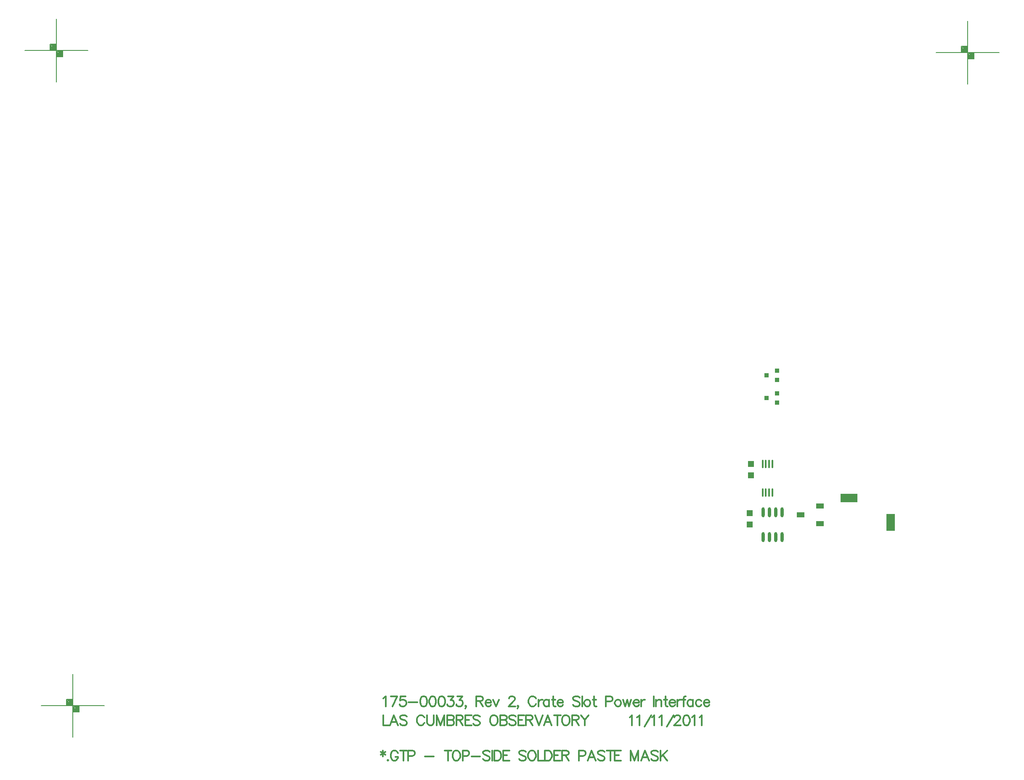
<source format=gtp>
%FSLAX23Y23*%
%MOIN*%
G70*
G01*
G75*
G04 Layer_Color=8421504*
%ADD10R,0.135X0.070*%
%ADD11O,0.024X0.079*%
%ADD12R,0.036X0.036*%
%ADD13O,0.014X0.067*%
%ADD14R,0.059X0.039*%
%ADD15R,0.050X0.050*%
%ADD16R,0.070X0.135*%
%ADD17C,0.020*%
%ADD18C,0.040*%
%ADD19C,0.010*%
%ADD20C,0.012*%
%ADD21C,0.008*%
%ADD22C,0.012*%
%ADD23C,0.012*%
%ADD24C,0.120*%
%ADD25C,0.060*%
%ADD26C,0.220*%
%ADD27C,0.050*%
%ADD28C,0.059*%
%ADD29C,0.080*%
%ADD30C,0.065*%
%ADD31C,0.079*%
%ADD32R,0.120X0.120*%
%ADD33C,0.055*%
%ADD34C,0.030*%
%ADD35C,0.024*%
%ADD36C,0.020*%
%ADD37C,0.005*%
%ADD38C,0.110*%
%ADD39C,0.076*%
%ADD40C,0.206*%
%ADD41C,0.150*%
%ADD42C,0.190*%
%ADD43C,0.092*%
%ADD44C,0.073*%
%ADD45C,0.055*%
%ADD46C,0.068*%
%ADD47C,0.087*%
%ADD48C,0.007*%
%ADD49C,0.010*%
%ADD50C,0.024*%
%ADD51C,0.010*%
%ADD52C,0.039*%
%ADD53C,0.008*%
%ADD54C,0.006*%
%ADD55C,0.007*%
%ADD56R,0.239X0.139*%
D10*
X25721Y16085D02*
D03*
D11*
X25191Y15972D02*
D03*
X25141D02*
D03*
X25091D02*
D03*
X25041D02*
D03*
X25191Y15775D02*
D03*
X25141D02*
D03*
X25091D02*
D03*
X25041D02*
D03*
D12*
X25153Y16916D02*
D03*
X25067Y16879D02*
D03*
X25153Y16842D02*
D03*
Y17096D02*
D03*
X25067Y17059D02*
D03*
X25153Y17022D02*
D03*
D13*
X25114Y16356D02*
D03*
X25089D02*
D03*
X25063D02*
D03*
X25038D02*
D03*
X25114Y16131D02*
D03*
X25089D02*
D03*
X25063D02*
D03*
X25038D02*
D03*
D14*
X25493Y16022D02*
D03*
X25339Y15953D02*
D03*
X25493Y15884D02*
D03*
D15*
X24936Y15878D02*
D03*
Y15968D02*
D03*
X24946Y16268D02*
D03*
Y16358D02*
D03*
D16*
X26051Y15893D02*
D03*
D21*
X19321Y14441D02*
X19821D01*
X19571Y14191D02*
Y14691D01*
X19521Y14441D02*
Y14491D01*
X19571D01*
X19621Y14391D02*
Y14441D01*
X19571Y14391D02*
X19621D01*
X19576Y14436D02*
X19616D01*
Y14396D02*
Y14436D01*
X19576Y14396D02*
X19616D01*
X19576D02*
Y14436D01*
X19581Y14431D02*
X19611D01*
Y14401D02*
Y14431D01*
X19581Y14401D02*
X19611D01*
X19581D02*
Y14426D01*
X19586D02*
X19606D01*
Y14406D02*
Y14426D01*
X19586Y14406D02*
X19606D01*
X19586D02*
Y14421D01*
X19591D02*
X19601D01*
Y14411D02*
Y14421D01*
X19591Y14411D02*
X19601D01*
X19591D02*
Y14421D01*
Y14416D02*
X19601D01*
X19526Y14486D02*
X19566D01*
Y14446D02*
Y14486D01*
X19526Y14446D02*
X19566D01*
X19526D02*
Y14486D01*
X19531Y14481D02*
X19561D01*
Y14451D02*
Y14481D01*
X19531Y14451D02*
X19561D01*
X19531D02*
Y14476D01*
X19536D02*
X19556D01*
Y14456D02*
Y14476D01*
X19536Y14456D02*
X19556D01*
X19536D02*
Y14471D01*
X19541D02*
X19551D01*
Y14461D02*
Y14471D01*
X19541Y14461D02*
X19551D01*
X19541D02*
Y14471D01*
Y14466D02*
X19551D01*
X19192Y19635D02*
X19692D01*
X19442Y19385D02*
Y19885D01*
X19392Y19635D02*
Y19685D01*
X19442D01*
X19492Y19585D02*
Y19635D01*
X19442Y19585D02*
X19492D01*
X19447Y19630D02*
X19487D01*
Y19590D02*
Y19630D01*
X19447Y19590D02*
X19487D01*
X19447D02*
Y19630D01*
X19452Y19625D02*
X19482D01*
Y19595D02*
Y19625D01*
X19452Y19595D02*
X19482D01*
X19452D02*
Y19620D01*
X19457D02*
X19477D01*
Y19600D02*
Y19620D01*
X19457Y19600D02*
X19477D01*
X19457D02*
Y19615D01*
X19462D02*
X19472D01*
Y19605D02*
Y19615D01*
X19462Y19605D02*
X19472D01*
X19462D02*
Y19615D01*
Y19610D02*
X19472D01*
X19397Y19680D02*
X19437D01*
Y19640D02*
Y19680D01*
X19397Y19640D02*
X19437D01*
X19397D02*
Y19680D01*
X19402Y19675D02*
X19432D01*
Y19645D02*
Y19675D01*
X19402Y19645D02*
X19432D01*
X19402D02*
Y19670D01*
X19407D02*
X19427D01*
Y19650D02*
Y19670D01*
X19407Y19650D02*
X19427D01*
X19407D02*
Y19665D01*
X19412D02*
X19422D01*
Y19655D02*
Y19665D01*
X19412Y19655D02*
X19422D01*
X19412D02*
Y19665D01*
Y19660D02*
X19422D01*
X26412Y19619D02*
X26912D01*
X26662Y19369D02*
Y19869D01*
X26612Y19619D02*
Y19669D01*
X26662D01*
X26712Y19569D02*
Y19619D01*
X26662Y19569D02*
X26712D01*
X26667Y19614D02*
X26707D01*
Y19574D02*
Y19614D01*
X26667Y19574D02*
X26707D01*
X26667D02*
Y19614D01*
X26672Y19609D02*
X26702D01*
Y19579D02*
Y19609D01*
X26672Y19579D02*
X26702D01*
X26672D02*
Y19604D01*
X26677D02*
X26697D01*
Y19584D02*
Y19604D01*
X26677Y19584D02*
X26697D01*
X26677D02*
Y19599D01*
X26682D02*
X26692D01*
Y19589D02*
Y19599D01*
X26682Y19589D02*
X26692D01*
X26682D02*
Y19599D01*
Y19594D02*
X26692D01*
X26617Y19664D02*
X26657D01*
Y19624D02*
Y19664D01*
X26617Y19624D02*
X26657D01*
X26617D02*
Y19664D01*
X26622Y19659D02*
X26652D01*
Y19629D02*
Y19659D01*
X26622Y19629D02*
X26652D01*
X26622D02*
Y19654D01*
X26627D02*
X26647D01*
Y19634D02*
Y19654D01*
X26627Y19634D02*
X26647D01*
X26627D02*
Y19649D01*
X26632D02*
X26642D01*
Y19639D02*
Y19649D01*
X26632Y19639D02*
X26642D01*
X26632D02*
Y19649D01*
Y19644D02*
X26642D01*
D22*
X22029Y14083D02*
Y14037D01*
X22010Y14072D02*
X22048Y14049D01*
Y14072D02*
X22010Y14049D01*
X22069Y14011D02*
X22065Y14007D01*
X22069Y14003D01*
X22072Y14007D01*
X22069Y14011D01*
X22147Y14064D02*
X22143Y14072D01*
X22136Y14079D01*
X22128Y14083D01*
X22113D01*
X22105Y14079D01*
X22098Y14072D01*
X22094Y14064D01*
X22090Y14053D01*
Y14034D01*
X22094Y14022D01*
X22098Y14015D01*
X22105Y14007D01*
X22113Y14003D01*
X22128D01*
X22136Y14007D01*
X22143Y14015D01*
X22147Y14022D01*
Y14034D01*
X22128D02*
X22147D01*
X22192Y14083D02*
Y14003D01*
X22165Y14083D02*
X22219D01*
X22228Y14041D02*
X22262D01*
X22274Y14045D01*
X22278Y14049D01*
X22281Y14056D01*
Y14068D01*
X22278Y14075D01*
X22274Y14079D01*
X22262Y14083D01*
X22228D01*
Y14003D01*
X22362Y14037D02*
X22431D01*
X22544Y14083D02*
Y14003D01*
X22517Y14083D02*
X22571D01*
X22603D02*
X22595Y14079D01*
X22588Y14072D01*
X22584Y14064D01*
X22580Y14053D01*
Y14034D01*
X22584Y14022D01*
X22588Y14015D01*
X22595Y14007D01*
X22603Y14003D01*
X22618D01*
X22626Y14007D01*
X22633Y14015D01*
X22637Y14022D01*
X22641Y14034D01*
Y14053D01*
X22637Y14064D01*
X22633Y14072D01*
X22626Y14079D01*
X22618Y14083D01*
X22603D01*
X22660Y14041D02*
X22694D01*
X22705Y14045D01*
X22709Y14049D01*
X22713Y14056D01*
Y14068D01*
X22709Y14075D01*
X22705Y14079D01*
X22694Y14083D01*
X22660D01*
Y14003D01*
X22731Y14037D02*
X22799D01*
X22876Y14072D02*
X22869Y14079D01*
X22857Y14083D01*
X22842D01*
X22831Y14079D01*
X22823Y14072D01*
Y14064D01*
X22827Y14056D01*
X22831Y14053D01*
X22838Y14049D01*
X22861Y14041D01*
X22869Y14037D01*
X22873Y14034D01*
X22876Y14026D01*
Y14015D01*
X22869Y14007D01*
X22857Y14003D01*
X22842D01*
X22831Y14007D01*
X22823Y14015D01*
X22894Y14083D02*
Y14003D01*
X22911Y14083D02*
Y14003D01*
Y14083D02*
X22938D01*
X22949Y14079D01*
X22957Y14072D01*
X22961Y14064D01*
X22964Y14053D01*
Y14034D01*
X22961Y14022D01*
X22957Y14015D01*
X22949Y14007D01*
X22938Y14003D01*
X22911D01*
X23032Y14083D02*
X22982D01*
Y14003D01*
X23032D01*
X22982Y14045D02*
X23013D01*
X23161Y14072D02*
X23154Y14079D01*
X23142Y14083D01*
X23127D01*
X23116Y14079D01*
X23108Y14072D01*
Y14064D01*
X23112Y14056D01*
X23116Y14053D01*
X23123Y14049D01*
X23146Y14041D01*
X23154Y14037D01*
X23157Y14034D01*
X23161Y14026D01*
Y14015D01*
X23154Y14007D01*
X23142Y14003D01*
X23127D01*
X23116Y14007D01*
X23108Y14015D01*
X23202Y14083D02*
X23194Y14079D01*
X23187Y14072D01*
X23183Y14064D01*
X23179Y14053D01*
Y14034D01*
X23183Y14022D01*
X23187Y14015D01*
X23194Y14007D01*
X23202Y14003D01*
X23217D01*
X23225Y14007D01*
X23233Y14015D01*
X23236Y14022D01*
X23240Y14034D01*
Y14053D01*
X23236Y14064D01*
X23233Y14072D01*
X23225Y14079D01*
X23217Y14083D01*
X23202D01*
X23259D02*
Y14003D01*
X23305D01*
X23313Y14083D02*
Y14003D01*
Y14083D02*
X23340D01*
X23351Y14079D01*
X23359Y14072D01*
X23363Y14064D01*
X23367Y14053D01*
Y14034D01*
X23363Y14022D01*
X23359Y14015D01*
X23351Y14007D01*
X23340Y14003D01*
X23313D01*
X23434Y14083D02*
X23384D01*
Y14003D01*
X23434D01*
X23384Y14045D02*
X23415D01*
X23447Y14083D02*
Y14003D01*
Y14083D02*
X23482D01*
X23493Y14079D01*
X23497Y14075D01*
X23501Y14068D01*
Y14060D01*
X23497Y14053D01*
X23493Y14049D01*
X23482Y14045D01*
X23447D01*
X23474D02*
X23501Y14003D01*
X23581Y14041D02*
X23616D01*
X23627Y14045D01*
X23631Y14049D01*
X23635Y14056D01*
Y14068D01*
X23631Y14075D01*
X23627Y14079D01*
X23616Y14083D01*
X23581D01*
Y14003D01*
X23714D02*
X23683Y14083D01*
X23653Y14003D01*
X23664Y14030D02*
X23702D01*
X23786Y14072D02*
X23778Y14079D01*
X23767Y14083D01*
X23751D01*
X23740Y14079D01*
X23732Y14072D01*
Y14064D01*
X23736Y14056D01*
X23740Y14053D01*
X23747Y14049D01*
X23770Y14041D01*
X23778Y14037D01*
X23782Y14034D01*
X23786Y14026D01*
Y14015D01*
X23778Y14007D01*
X23767Y14003D01*
X23751D01*
X23740Y14007D01*
X23732Y14015D01*
X23830Y14083D02*
Y14003D01*
X23803Y14083D02*
X23857D01*
X23916D02*
X23866D01*
Y14003D01*
X23916D01*
X23866Y14045D02*
X23897D01*
X23992Y14083D02*
Y14003D01*
Y14083D02*
X24022Y14003D01*
X24053Y14083D02*
X24022Y14003D01*
X24053Y14083D02*
Y14003D01*
X24137D02*
X24106Y14083D01*
X24076Y14003D01*
X24087Y14030D02*
X24125D01*
X24209Y14072D02*
X24201Y14079D01*
X24190Y14083D01*
X24174D01*
X24163Y14079D01*
X24155Y14072D01*
Y14064D01*
X24159Y14056D01*
X24163Y14053D01*
X24171Y14049D01*
X24193Y14041D01*
X24201Y14037D01*
X24205Y14034D01*
X24209Y14026D01*
Y14015D01*
X24201Y14007D01*
X24190Y14003D01*
X24174D01*
X24163Y14007D01*
X24155Y14015D01*
X24227Y14083D02*
Y14003D01*
X24280Y14083D02*
X24227Y14030D01*
X24246Y14049D02*
X24280Y14003D01*
X22031Y14498D02*
X22039Y14502D01*
X22050Y14514D01*
Y14434D01*
X22143Y14514D02*
X22105Y14434D01*
X22090Y14514D02*
X22143D01*
X22207D02*
X22169D01*
X22165Y14479D01*
X22169Y14483D01*
X22180Y14487D01*
X22192D01*
X22203Y14483D01*
X22211Y14476D01*
X22215Y14464D01*
Y14457D01*
X22211Y14445D01*
X22203Y14438D01*
X22192Y14434D01*
X22180D01*
X22169Y14438D01*
X22165Y14441D01*
X22161Y14449D01*
X22232Y14468D02*
X22301D01*
X22347Y14514D02*
X22336Y14510D01*
X22328Y14498D01*
X22325Y14479D01*
Y14468D01*
X22328Y14449D01*
X22336Y14438D01*
X22347Y14434D01*
X22355D01*
X22367Y14438D01*
X22374Y14449D01*
X22378Y14468D01*
Y14479D01*
X22374Y14498D01*
X22367Y14510D01*
X22355Y14514D01*
X22347D01*
X22419D02*
X22407Y14510D01*
X22400Y14498D01*
X22396Y14479D01*
Y14468D01*
X22400Y14449D01*
X22407Y14438D01*
X22419Y14434D01*
X22426D01*
X22438Y14438D01*
X22445Y14449D01*
X22449Y14468D01*
Y14479D01*
X22445Y14498D01*
X22438Y14510D01*
X22426Y14514D01*
X22419D01*
X22490D02*
X22478Y14510D01*
X22471Y14498D01*
X22467Y14479D01*
Y14468D01*
X22471Y14449D01*
X22478Y14438D01*
X22490Y14434D01*
X22498D01*
X22509Y14438D01*
X22517Y14449D01*
X22520Y14468D01*
Y14479D01*
X22517Y14498D01*
X22509Y14510D01*
X22498Y14514D01*
X22490D01*
X22546D02*
X22588D01*
X22565Y14483D01*
X22576D01*
X22584Y14479D01*
X22588Y14476D01*
X22592Y14464D01*
Y14457D01*
X22588Y14445D01*
X22580Y14438D01*
X22569Y14434D01*
X22557D01*
X22546Y14438D01*
X22542Y14441D01*
X22538Y14449D01*
X22617Y14514D02*
X22659D01*
X22636Y14483D01*
X22648D01*
X22655Y14479D01*
X22659Y14476D01*
X22663Y14464D01*
Y14457D01*
X22659Y14445D01*
X22651Y14438D01*
X22640Y14434D01*
X22629D01*
X22617Y14438D01*
X22613Y14441D01*
X22610Y14449D01*
X22688Y14438D02*
X22685Y14434D01*
X22681Y14438D01*
X22685Y14441D01*
X22688Y14438D01*
Y14430D01*
X22685Y14422D01*
X22681Y14418D01*
X22769Y14514D02*
Y14434D01*
Y14514D02*
X22803D01*
X22814Y14510D01*
X22818Y14506D01*
X22822Y14498D01*
Y14491D01*
X22818Y14483D01*
X22814Y14479D01*
X22803Y14476D01*
X22769D01*
X22795D02*
X22822Y14434D01*
X22840Y14464D02*
X22886D01*
Y14472D01*
X22882Y14479D01*
X22878Y14483D01*
X22870Y14487D01*
X22859D01*
X22851Y14483D01*
X22844Y14476D01*
X22840Y14464D01*
Y14457D01*
X22844Y14445D01*
X22851Y14438D01*
X22859Y14434D01*
X22870D01*
X22878Y14438D01*
X22886Y14445D01*
X22903Y14487D02*
X22926Y14434D01*
X22948Y14487D02*
X22926Y14434D01*
X23028Y14495D02*
Y14498D01*
X23032Y14506D01*
X23036Y14510D01*
X23043Y14514D01*
X23059D01*
X23066Y14510D01*
X23070Y14506D01*
X23074Y14498D01*
Y14491D01*
X23070Y14483D01*
X23062Y14472D01*
X23024Y14434D01*
X23078D01*
X23103Y14438D02*
X23099Y14434D01*
X23095Y14438D01*
X23099Y14441D01*
X23103Y14438D01*
Y14430D01*
X23099Y14422D01*
X23095Y14418D01*
X23241Y14495D02*
X23237Y14502D01*
X23229Y14510D01*
X23222Y14514D01*
X23206D01*
X23199Y14510D01*
X23191Y14502D01*
X23187Y14495D01*
X23183Y14483D01*
Y14464D01*
X23187Y14453D01*
X23191Y14445D01*
X23199Y14438D01*
X23206Y14434D01*
X23222D01*
X23229Y14438D01*
X23237Y14445D01*
X23241Y14453D01*
X23263Y14487D02*
Y14434D01*
Y14464D02*
X23267Y14476D01*
X23275Y14483D01*
X23282Y14487D01*
X23294D01*
X23346D02*
Y14434D01*
Y14476D02*
X23339Y14483D01*
X23331Y14487D01*
X23320D01*
X23312Y14483D01*
X23305Y14476D01*
X23301Y14464D01*
Y14457D01*
X23305Y14445D01*
X23312Y14438D01*
X23320Y14434D01*
X23331D01*
X23339Y14438D01*
X23346Y14445D01*
X23379Y14514D02*
Y14449D01*
X23383Y14438D01*
X23391Y14434D01*
X23398D01*
X23368Y14487D02*
X23394D01*
X23410Y14464D02*
X23455D01*
Y14472D01*
X23452Y14479D01*
X23448Y14483D01*
X23440Y14487D01*
X23429D01*
X23421Y14483D01*
X23414Y14476D01*
X23410Y14464D01*
Y14457D01*
X23414Y14445D01*
X23421Y14438D01*
X23429Y14434D01*
X23440D01*
X23448Y14438D01*
X23455Y14445D01*
X23589Y14502D02*
X23581Y14510D01*
X23570Y14514D01*
X23554D01*
X23543Y14510D01*
X23535Y14502D01*
Y14495D01*
X23539Y14487D01*
X23543Y14483D01*
X23551Y14479D01*
X23573Y14472D01*
X23581Y14468D01*
X23585Y14464D01*
X23589Y14457D01*
Y14445D01*
X23581Y14438D01*
X23570Y14434D01*
X23554D01*
X23543Y14438D01*
X23535Y14445D01*
X23607Y14514D02*
Y14434D01*
X23642Y14487D02*
X23635Y14483D01*
X23627Y14476D01*
X23623Y14464D01*
Y14457D01*
X23627Y14445D01*
X23635Y14438D01*
X23642Y14434D01*
X23654D01*
X23661Y14438D01*
X23669Y14445D01*
X23673Y14457D01*
Y14464D01*
X23669Y14476D01*
X23661Y14483D01*
X23654Y14487D01*
X23642D01*
X23702Y14514D02*
Y14449D01*
X23706Y14438D01*
X23713Y14434D01*
X23721D01*
X23690Y14487D02*
X23717D01*
X23795Y14472D02*
X23829D01*
X23841Y14476D01*
X23845Y14479D01*
X23848Y14487D01*
Y14498D01*
X23845Y14506D01*
X23841Y14510D01*
X23829Y14514D01*
X23795D01*
Y14434D01*
X23885Y14487D02*
X23878Y14483D01*
X23870Y14476D01*
X23866Y14464D01*
Y14457D01*
X23870Y14445D01*
X23878Y14438D01*
X23885Y14434D01*
X23897D01*
X23904Y14438D01*
X23912Y14445D01*
X23916Y14457D01*
Y14464D01*
X23912Y14476D01*
X23904Y14483D01*
X23897Y14487D01*
X23885D01*
X23933D02*
X23949Y14434D01*
X23964Y14487D02*
X23949Y14434D01*
X23964Y14487D02*
X23979Y14434D01*
X23994Y14487D02*
X23979Y14434D01*
X24013Y14464D02*
X24059D01*
Y14472D01*
X24055Y14479D01*
X24051Y14483D01*
X24043Y14487D01*
X24032D01*
X24024Y14483D01*
X24017Y14476D01*
X24013Y14464D01*
Y14457D01*
X24017Y14445D01*
X24024Y14438D01*
X24032Y14434D01*
X24043D01*
X24051Y14438D01*
X24059Y14445D01*
X24076Y14487D02*
Y14434D01*
Y14464D02*
X24080Y14476D01*
X24087Y14483D01*
X24095Y14487D01*
X24106D01*
X24176Y14514D02*
Y14434D01*
X24193Y14487D02*
Y14434D01*
Y14472D02*
X24205Y14483D01*
X24212Y14487D01*
X24224D01*
X24231Y14483D01*
X24235Y14472D01*
Y14434D01*
X24267Y14514D02*
Y14449D01*
X24271Y14438D01*
X24279Y14434D01*
X24286D01*
X24256Y14487D02*
X24283D01*
X24298Y14464D02*
X24344D01*
Y14472D01*
X24340Y14479D01*
X24336Y14483D01*
X24328Y14487D01*
X24317D01*
X24309Y14483D01*
X24302Y14476D01*
X24298Y14464D01*
Y14457D01*
X24302Y14445D01*
X24309Y14438D01*
X24317Y14434D01*
X24328D01*
X24336Y14438D01*
X24344Y14445D01*
X24361Y14487D02*
Y14434D01*
Y14464D02*
X24365Y14476D01*
X24372Y14483D01*
X24380Y14487D01*
X24391D01*
X24429Y14514D02*
X24421D01*
X24414Y14510D01*
X24410Y14498D01*
Y14434D01*
X24398Y14487D02*
X24425D01*
X24486D02*
Y14434D01*
Y14476D02*
X24478Y14483D01*
X24471Y14487D01*
X24459D01*
X24452Y14483D01*
X24444Y14476D01*
X24440Y14464D01*
Y14457D01*
X24444Y14445D01*
X24452Y14438D01*
X24459Y14434D01*
X24471D01*
X24478Y14438D01*
X24486Y14445D01*
X24553Y14476D02*
X24545Y14483D01*
X24538Y14487D01*
X24526D01*
X24519Y14483D01*
X24511Y14476D01*
X24507Y14464D01*
Y14457D01*
X24511Y14445D01*
X24519Y14438D01*
X24526Y14434D01*
X24538D01*
X24545Y14438D01*
X24553Y14445D01*
X24570Y14464D02*
X24616D01*
Y14472D01*
X24612Y14479D01*
X24608Y14483D01*
X24601Y14487D01*
X24589D01*
X24582Y14483D01*
X24574Y14476D01*
X24570Y14464D01*
Y14457D01*
X24574Y14445D01*
X24582Y14438D01*
X24589Y14434D01*
X24601D01*
X24608Y14438D01*
X24616Y14445D01*
D23*
X22031Y14364D02*
Y14284D01*
X22077D01*
X22147D02*
X22116Y14364D01*
X22086Y14284D01*
X22097Y14310D02*
X22135D01*
X22219Y14352D02*
X22211Y14360D01*
X22200Y14364D01*
X22184D01*
X22173Y14360D01*
X22165Y14352D01*
Y14345D01*
X22169Y14337D01*
X22173Y14333D01*
X22181Y14329D01*
X22204Y14322D01*
X22211Y14318D01*
X22215Y14314D01*
X22219Y14307D01*
Y14295D01*
X22211Y14287D01*
X22200Y14284D01*
X22184D01*
X22173Y14287D01*
X22165Y14295D01*
X22357Y14345D02*
X22353Y14352D01*
X22345Y14360D01*
X22338Y14364D01*
X22322D01*
X22315Y14360D01*
X22307Y14352D01*
X22303Y14345D01*
X22299Y14333D01*
Y14314D01*
X22303Y14303D01*
X22307Y14295D01*
X22315Y14287D01*
X22322Y14284D01*
X22338D01*
X22345Y14287D01*
X22353Y14295D01*
X22357Y14303D01*
X22379Y14364D02*
Y14307D01*
X22383Y14295D01*
X22391Y14287D01*
X22402Y14284D01*
X22410D01*
X22421Y14287D01*
X22429Y14295D01*
X22432Y14307D01*
Y14364D01*
X22454D02*
Y14284D01*
Y14364D02*
X22485Y14284D01*
X22515Y14364D02*
X22485Y14284D01*
X22515Y14364D02*
Y14284D01*
X22538Y14364D02*
Y14284D01*
Y14364D02*
X22573D01*
X22584Y14360D01*
X22588Y14356D01*
X22592Y14348D01*
Y14341D01*
X22588Y14333D01*
X22584Y14329D01*
X22573Y14326D01*
X22538D02*
X22573D01*
X22584Y14322D01*
X22588Y14318D01*
X22592Y14310D01*
Y14299D01*
X22588Y14291D01*
X22584Y14287D01*
X22573Y14284D01*
X22538D01*
X22610Y14364D02*
Y14284D01*
Y14364D02*
X22644D01*
X22655Y14360D01*
X22659Y14356D01*
X22663Y14348D01*
Y14341D01*
X22659Y14333D01*
X22655Y14329D01*
X22644Y14326D01*
X22610D01*
X22636D02*
X22663Y14284D01*
X22730Y14364D02*
X22681D01*
Y14284D01*
X22730D01*
X22681Y14326D02*
X22711D01*
X22797Y14352D02*
X22789Y14360D01*
X22778Y14364D01*
X22763D01*
X22751Y14360D01*
X22744Y14352D01*
Y14345D01*
X22747Y14337D01*
X22751Y14333D01*
X22759Y14329D01*
X22782Y14322D01*
X22789Y14318D01*
X22793Y14314D01*
X22797Y14307D01*
Y14295D01*
X22789Y14287D01*
X22778Y14284D01*
X22763D01*
X22751Y14287D01*
X22744Y14295D01*
X22900Y14364D02*
X22893Y14360D01*
X22885Y14352D01*
X22881Y14345D01*
X22878Y14333D01*
Y14314D01*
X22881Y14303D01*
X22885Y14295D01*
X22893Y14287D01*
X22900Y14284D01*
X22916D01*
X22923Y14287D01*
X22931Y14295D01*
X22935Y14303D01*
X22939Y14314D01*
Y14333D01*
X22935Y14345D01*
X22931Y14352D01*
X22923Y14360D01*
X22916Y14364D01*
X22900D01*
X22957D02*
Y14284D01*
Y14364D02*
X22992D01*
X23003Y14360D01*
X23007Y14356D01*
X23011Y14348D01*
Y14341D01*
X23007Y14333D01*
X23003Y14329D01*
X22992Y14326D01*
X22957D02*
X22992D01*
X23003Y14322D01*
X23007Y14318D01*
X23011Y14310D01*
Y14299D01*
X23007Y14291D01*
X23003Y14287D01*
X22992Y14284D01*
X22957D01*
X23082Y14352D02*
X23074Y14360D01*
X23063Y14364D01*
X23048D01*
X23036Y14360D01*
X23028Y14352D01*
Y14345D01*
X23032Y14337D01*
X23036Y14333D01*
X23044Y14329D01*
X23067Y14322D01*
X23074Y14318D01*
X23078Y14314D01*
X23082Y14307D01*
Y14295D01*
X23074Y14287D01*
X23063Y14284D01*
X23048D01*
X23036Y14287D01*
X23028Y14295D01*
X23149Y14364D02*
X23100D01*
Y14284D01*
X23149D01*
X23100Y14326D02*
X23130D01*
X23163Y14364D02*
Y14284D01*
Y14364D02*
X23197D01*
X23208Y14360D01*
X23212Y14356D01*
X23216Y14348D01*
Y14341D01*
X23212Y14333D01*
X23208Y14329D01*
X23197Y14326D01*
X23163D01*
X23189D02*
X23216Y14284D01*
X23234Y14364D02*
X23264Y14284D01*
X23295Y14364D02*
X23264Y14284D01*
X23366D02*
X23335Y14364D01*
X23305Y14284D01*
X23316Y14310D02*
X23354D01*
X23411Y14364D02*
Y14284D01*
X23385Y14364D02*
X23438D01*
X23470D02*
X23463Y14360D01*
X23455Y14352D01*
X23451Y14345D01*
X23447Y14333D01*
Y14314D01*
X23451Y14303D01*
X23455Y14295D01*
X23463Y14287D01*
X23470Y14284D01*
X23486D01*
X23493Y14287D01*
X23501Y14295D01*
X23505Y14303D01*
X23508Y14314D01*
Y14333D01*
X23505Y14345D01*
X23501Y14352D01*
X23493Y14360D01*
X23486Y14364D01*
X23470D01*
X23527D02*
Y14284D01*
Y14364D02*
X23561D01*
X23573Y14360D01*
X23577Y14356D01*
X23580Y14348D01*
Y14341D01*
X23577Y14333D01*
X23573Y14329D01*
X23561Y14326D01*
X23527D01*
X23554D02*
X23580Y14284D01*
X23598Y14364D02*
X23629Y14326D01*
Y14284D01*
X23659Y14364D02*
X23629Y14326D01*
X23984Y14348D02*
X23991Y14352D01*
X24003Y14364D01*
Y14284D01*
X24042Y14348D02*
X24050Y14352D01*
X24061Y14364D01*
Y14284D01*
X24101Y14272D02*
X24154Y14364D01*
X24160Y14348D02*
X24167Y14352D01*
X24179Y14364D01*
Y14284D01*
X24218Y14348D02*
X24226Y14352D01*
X24237Y14364D01*
Y14284D01*
X24277Y14272D02*
X24330Y14364D01*
X24339Y14345D02*
Y14348D01*
X24343Y14356D01*
X24347Y14360D01*
X24355Y14364D01*
X24370D01*
X24378Y14360D01*
X24381Y14356D01*
X24385Y14348D01*
Y14341D01*
X24381Y14333D01*
X24374Y14322D01*
X24336Y14284D01*
X24389D01*
X24430Y14364D02*
X24418Y14360D01*
X24411Y14348D01*
X24407Y14329D01*
Y14318D01*
X24411Y14299D01*
X24418Y14287D01*
X24430Y14284D01*
X24437D01*
X24449Y14287D01*
X24456Y14299D01*
X24460Y14318D01*
Y14329D01*
X24456Y14348D01*
X24449Y14360D01*
X24437Y14364D01*
X24430D01*
X24478Y14348D02*
X24486Y14352D01*
X24497Y14364D01*
Y14284D01*
X24537Y14348D02*
X24544Y14352D01*
X24556Y14364D01*
Y14284D01*
M02*

</source>
